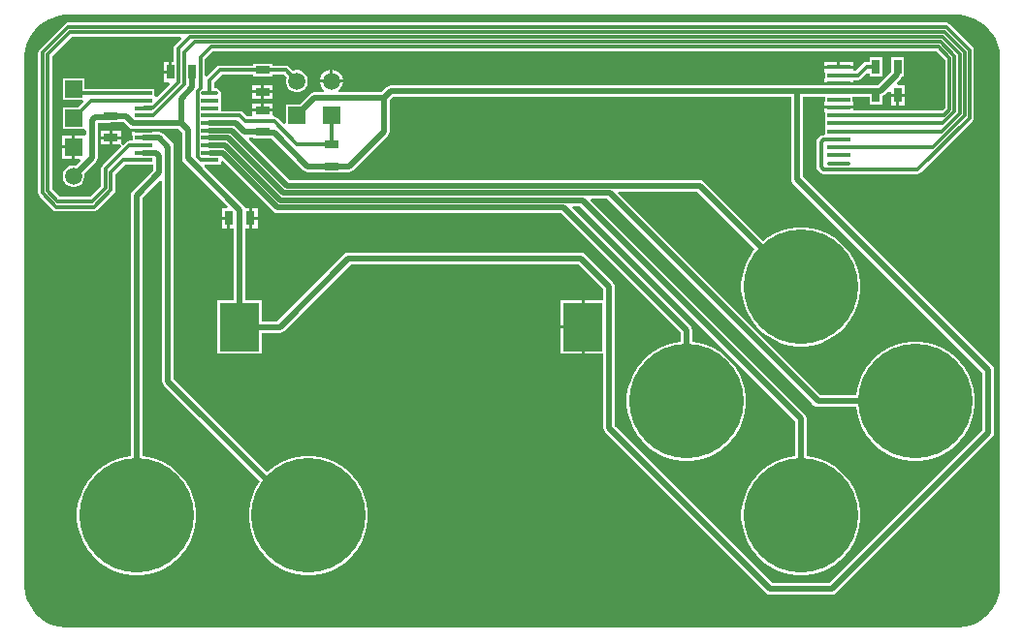
<source format=gbl>
G04*
G04 #@! TF.GenerationSoftware,Altium Limited,Altium Designer,24.7.2 (38)*
G04*
G04 Layer_Physical_Order=2*
G04 Layer_Color=16711680*
%FSLAX44Y44*%
%MOMM*%
G71*
G04*
G04 #@! TF.SameCoordinates,6DF0CBF5-DEE5-4F27-B30F-A21075B38201*
G04*
G04*
G04 #@! TF.FilePolarity,Positive*
G04*
G01*
G75*
%ADD10R,0.7000X1.3000*%
%ADD11C,10.0000*%
%ADD12R,1.5200X0.4100*%
%ADD13O,1.5200X0.4100*%
%ADD14C,1.5000*%
%ADD15R,1.5000X1.5000*%
%ADD16R,1.3000X0.7000*%
%ADD17R,1.5000X1.5000*%
%ADD18R,2.0000X0.4000*%
%ADD19O,2.0000X0.4000*%
%ADD20R,3.5000X4.2000*%
%ADD21C,0.5000*%
%ADD22C,0.3000*%
G36*
X815995Y537761D02*
X818483D01*
X823417Y537111D01*
X828223Y535824D01*
X832821Y533919D01*
X837130Y531431D01*
X841078Y528402D01*
X844597Y524883D01*
X847626Y520935D01*
X850114Y516626D01*
X852019Y512028D01*
X853307Y507222D01*
X853956Y502286D01*
X853961Y499796D01*
X853961Y40000D01*
X853961Y37512D01*
X853311Y32578D01*
X852023Y27772D01*
X850119Y23174D01*
X847631Y18865D01*
X844602Y14917D01*
X841083Y11398D01*
X837135Y8369D01*
X832826Y5881D01*
X828228Y3977D01*
X823422Y2689D01*
X818488Y2039D01*
X816000D01*
X40000Y2039D01*
X37512D01*
X32578Y2689D01*
X27772Y3977D01*
X23174Y5881D01*
X18865Y8369D01*
X14917Y11398D01*
X11398Y14917D01*
X8369Y18865D01*
X5881Y23174D01*
X3977Y27771D01*
X2689Y32578D01*
X2039Y37512D01*
X2039Y40000D01*
X2039Y499800D01*
Y502288D01*
X2688Y507222D01*
X3976Y512028D01*
X5881Y516626D01*
X8369Y520935D01*
X11398Y524883D01*
X14917Y528402D01*
X18865Y531431D01*
X23174Y533919D01*
X27771Y535823D01*
X32578Y537111D01*
X37512Y537761D01*
X40000Y537761D01*
X815995Y537761D01*
D02*
G37*
%LPC*%
G36*
X750999Y501001D02*
X739999D01*
Y496579D01*
X737501D01*
X737501Y496579D01*
X735940Y496269D01*
X734617Y495385D01*
X734617Y495385D01*
X728311Y489078D01*
X725540D01*
Y490730D01*
X713000D01*
X700460D01*
Y487460D01*
X701000D01*
Y482540D01*
X700460D01*
Y479270D01*
X713000D01*
X725540D01*
Y480922D01*
X730000D01*
X730000Y480922D01*
X731561Y481232D01*
X732884Y482116D01*
X737999Y487231D01*
X739999Y486403D01*
Y484001D01*
X750999D01*
Y501001D01*
D02*
G37*
G36*
X725540Y496540D02*
X714270D01*
Y493270D01*
X725540D01*
Y496540D01*
D02*
G37*
G36*
X711730D02*
X700460D01*
Y493270D01*
X711730D01*
Y496540D01*
D02*
G37*
G36*
X128230Y497040D02*
X123460D01*
Y489270D01*
X128230D01*
Y497040D01*
D02*
G37*
G36*
X271322Y490040D02*
X271270D01*
Y481270D01*
X280040D01*
Y481322D01*
X279356Y483875D01*
X278034Y486165D01*
X276165Y488034D01*
X273875Y489356D01*
X271322Y490040D01*
D02*
G37*
G36*
X268730D02*
X268678D01*
X266125Y489356D01*
X263835Y488034D01*
X261966Y486165D01*
X260644Y483875D01*
X259960Y481322D01*
Y481270D01*
X268730D01*
Y490040D01*
D02*
G37*
G36*
X219041Y476541D02*
X211271D01*
Y471771D01*
X219041D01*
Y476541D01*
D02*
G37*
G36*
X208731D02*
X200961D01*
Y471771D01*
X208731D01*
Y476541D01*
D02*
G37*
G36*
X219041Y469231D02*
X211271D01*
Y464461D01*
X219041D01*
Y469231D01*
D02*
G37*
G36*
X208731D02*
X200961D01*
Y464461D01*
X208731D01*
Y469231D01*
D02*
G37*
G36*
X770540Y466230D02*
X765770D01*
Y458460D01*
X770540D01*
Y466230D01*
D02*
G37*
G36*
X763230D02*
X758460D01*
Y458460D01*
X763230D01*
Y466230D01*
D02*
G37*
G36*
X219040Y460540D02*
X211270D01*
Y455770D01*
X219040D01*
Y460540D01*
D02*
G37*
G36*
X208730D02*
X200960D01*
Y455770D01*
X208730D01*
Y460540D01*
D02*
G37*
G36*
X807075Y531158D02*
X807075Y531158D01*
X40291D01*
X38731Y530848D01*
X37408Y529964D01*
X37407Y529964D01*
X15096Y507653D01*
X14212Y506329D01*
X13902Y504769D01*
X13902Y504768D01*
Y382020D01*
X13902Y382020D01*
X14212Y380459D01*
X15096Y379136D01*
X27116Y367116D01*
X28439Y366232D01*
X30000Y365922D01*
X30000Y365922D01*
X62500D01*
X62500Y365922D01*
X64061Y366232D01*
X65384Y367116D01*
X80384Y382116D01*
X80384Y382116D01*
X81268Y383439D01*
X81578Y385000D01*
X81578Y385000D01*
Y398311D01*
X89939Y406672D01*
X106050D01*
X106193Y406700D01*
X114902D01*
Y402112D01*
X96395Y383605D01*
X95290Y381951D01*
X94902Y380000D01*
Y151778D01*
X89833Y151111D01*
X83249Y149347D01*
X76951Y146738D01*
X71048Y143330D01*
X65640Y139180D01*
X60820Y134360D01*
X56670Y128952D01*
X53262Y123049D01*
X50653Y116751D01*
X48889Y110167D01*
X47999Y103409D01*
Y96593D01*
X48889Y89834D01*
X50653Y83250D01*
X53262Y76952D01*
X56670Y71049D01*
X60820Y65641D01*
X65640Y60821D01*
X71048Y56672D01*
X76951Y53263D01*
X83249Y50655D01*
X89833Y48891D01*
X96591Y48001D01*
X103407D01*
X110166Y48891D01*
X116750Y50655D01*
X123048Y53263D01*
X128951Y56672D01*
X134359Y60821D01*
X139179Y65641D01*
X143328Y71049D01*
X146737Y76952D01*
X149345Y83250D01*
X151110Y89834D01*
X151999Y96593D01*
Y103409D01*
X151110Y110167D01*
X149345Y116751D01*
X146737Y123049D01*
X143328Y128952D01*
X139179Y134360D01*
X134359Y139180D01*
X128951Y143330D01*
X123048Y146738D01*
X116750Y149347D01*
X110166Y151111D01*
X105098Y151778D01*
Y377888D01*
X120554Y393345D01*
X122402Y392579D01*
Y217500D01*
X122790Y215549D01*
X123895Y213895D01*
X207612Y130178D01*
X206671Y128952D01*
X203263Y123048D01*
X200654Y116751D01*
X198890Y110167D01*
X198000Y103408D01*
Y96592D01*
X198890Y89833D01*
X200654Y83249D01*
X203263Y76952D01*
X206671Y71048D01*
X210821Y65641D01*
X215641Y60820D01*
X221048Y56671D01*
X226952Y53263D01*
X233249Y50654D01*
X239834Y48890D01*
X246592Y48000D01*
X253408D01*
X260166Y48890D01*
X266751Y50654D01*
X273048Y53263D01*
X278952Y56671D01*
X284360Y60820D01*
X289180Y65641D01*
X293329Y71048D01*
X296737Y76952D01*
X299346Y83249D01*
X301110Y89833D01*
X302000Y96592D01*
Y103408D01*
X301110Y110167D01*
X299346Y116751D01*
X296737Y123048D01*
X293329Y128952D01*
X289180Y134360D01*
X284360Y139180D01*
X278952Y143329D01*
X273048Y146737D01*
X266751Y149346D01*
X260166Y151110D01*
X253408Y152000D01*
X246592D01*
X239834Y151110D01*
X233249Y149346D01*
X226952Y146737D01*
X221048Y143329D01*
X215641Y139180D01*
X214335Y137874D01*
X132598Y219612D01*
Y422500D01*
X132210Y424451D01*
X131105Y426105D01*
X123355Y433855D01*
X121701Y434960D01*
X119750Y435348D01*
X116190D01*
Y435480D01*
X106050D01*
X95910D01*
Y432160D01*
X96450D01*
Y427828D01*
X93750D01*
X92189Y427518D01*
X90866Y426634D01*
X90866Y426634D01*
X88432Y424200D01*
X86540Y425136D01*
X86540Y426180D01*
Y429230D01*
X78770D01*
Y424460D01*
X84676D01*
X85864Y424460D01*
X86800Y422568D01*
X70346Y406114D01*
X69462Y404791D01*
X69152Y403230D01*
X69152Y403230D01*
Y388458D01*
X59772Y379078D01*
X32728D01*
X26328Y385478D01*
Y501311D01*
X43749Y518732D01*
X138562D01*
X139327Y516884D01*
X133416Y510973D01*
X132532Y509649D01*
X132222Y508089D01*
X132222Y508088D01*
Y497040D01*
X130770D01*
Y488000D01*
X129500D01*
Y486730D01*
X123460D01*
Y478960D01*
X128196D01*
X128961Y477112D01*
X117650Y465801D01*
X115650Y466629D01*
Y473300D01*
X106193D01*
X106050Y473328D01*
X54501D01*
Y482599D01*
X35501D01*
Y463599D01*
X52303D01*
X53131Y461599D01*
X48731Y457199D01*
X35501D01*
Y438199D01*
X54501D01*
X55902Y436780D01*
Y433982D01*
X55041Y432339D01*
X46271D01*
Y422299D01*
Y412259D01*
X50536D01*
X51302Y410411D01*
X47070Y406180D01*
X46252Y406399D01*
X43750D01*
X41334Y405752D01*
X39168Y404501D01*
X37399Y402732D01*
X36148Y400566D01*
X35501Y398150D01*
Y395648D01*
X36148Y393232D01*
X37399Y391066D01*
X39168Y389297D01*
X41334Y388047D01*
X43750Y387399D01*
X46252D01*
X48668Y388047D01*
X50834Y389297D01*
X52603Y391066D01*
X53853Y393232D01*
X54501Y395648D01*
Y398150D01*
X54281Y398971D01*
X64605Y409295D01*
X65710Y410949D01*
X66098Y412900D01*
Y443402D01*
X76500D01*
X78451Y443790D01*
X78765Y444000D01*
X86000D01*
Y444402D01*
X88457D01*
X93214Y439645D01*
X94868Y438540D01*
X95910Y438333D01*
Y438020D01*
X106050D01*
X116190D01*
Y438152D01*
X136709D01*
X139902Y434959D01*
Y412500D01*
X140290Y410549D01*
X141395Y408895D01*
X179402Y370889D01*
X178636Y369041D01*
X174459D01*
Y361271D01*
X180499D01*
Y360001D01*
X181769D01*
Y350961D01*
X184897D01*
Y288000D01*
X170494D01*
Y242000D01*
X209494D01*
Y259902D01*
X225000D01*
X226951Y260290D01*
X228605Y261395D01*
X287112Y319902D01*
X485695D01*
X507402Y298195D01*
Y288540D01*
X491020D01*
Y265000D01*
Y241460D01*
X507402D01*
Y176500D01*
X507790Y174549D01*
X508895Y172895D01*
X649395Y32395D01*
X651049Y31290D01*
X653000Y30902D01*
X707000D01*
X708951Y31290D01*
X710605Y32395D01*
X847335Y169125D01*
X848440Y170779D01*
X848828Y172730D01*
Y227270D01*
X848440Y229221D01*
X847335Y230875D01*
X681533Y396677D01*
Y465902D01*
X701000D01*
Y461540D01*
X700460D01*
Y458270D01*
X713000D01*
X725540D01*
Y461540D01*
X725000D01*
Y465902D01*
X740000D01*
Y459000D01*
X751000D01*
Y466700D01*
X751451Y466790D01*
X753105Y467895D01*
X756612Y471403D01*
X758460Y470637D01*
Y468770D01*
X764500D01*
X770540D01*
Y476540D01*
X764363D01*
X763597Y478388D01*
X767104Y481894D01*
X768209Y483548D01*
X768299Y484001D01*
X769999D01*
Y501001D01*
X758999D01*
Y493766D01*
X758789Y493452D01*
X758401Y491501D01*
Y487611D01*
X747388Y476598D01*
X746500D01*
X744549Y476210D01*
X744381Y476098D01*
X725540D01*
Y476730D01*
X713000D01*
X700460D01*
Y476098D01*
X321750D01*
X319799Y475710D01*
X318145Y474605D01*
X313638Y470098D01*
X276929D01*
X276352Y471509D01*
X276297Y472098D01*
X278034Y473835D01*
X279356Y476125D01*
X280040Y478678D01*
Y478730D01*
X259960D01*
Y478678D01*
X260644Y476125D01*
X261966Y473835D01*
X263703Y472098D01*
X263648Y471509D01*
X263071Y470098D01*
X255000D01*
X253049Y469710D01*
X251395Y468605D01*
X242290Y459500D01*
X230500D01*
Y443096D01*
X228500Y442268D01*
X222884Y447884D01*
X221561Y448768D01*
X220000Y449078D01*
X219040Y450659D01*
Y453230D01*
X210000D01*
X200960D01*
Y449078D01*
X196689D01*
X193134Y452634D01*
X191811Y453518D01*
X190250Y453828D01*
X190250Y453828D01*
X173550D01*
Y466800D01*
X173550Y466800D01*
X173540Y468800D01*
X173629Y469250D01*
X173315Y470830D01*
X172420Y472170D01*
X171080Y473065D01*
X169500Y473379D01*
X168028D01*
Y479011D01*
X174440Y485423D01*
X201501D01*
Y484001D01*
X218501D01*
Y485423D01*
X228810D01*
X231024Y483208D01*
X230500Y481251D01*
Y478749D01*
X231147Y476333D01*
X232398Y474167D01*
X234167Y472398D01*
X236333Y471147D01*
X238749Y470500D01*
X241251D01*
X243667Y471147D01*
X245833Y472398D01*
X247602Y474167D01*
X248853Y476333D01*
X249500Y478749D01*
Y481251D01*
X248853Y483667D01*
X247602Y485833D01*
X245833Y487602D01*
X243667Y488853D01*
X241251Y489500D01*
X238749D01*
X236792Y488976D01*
X233383Y492385D01*
X232060Y493269D01*
X230499Y493579D01*
X230499Y493579D01*
X218501D01*
Y495001D01*
X201501D01*
Y493579D01*
X172751D01*
X171190Y493269D01*
X169867Y492385D01*
X169867Y492385D01*
X161661Y484179D01*
X159662Y485008D01*
Y498894D01*
X166689Y505922D01*
X798311D01*
X805922Y498311D01*
Y456689D01*
X803311Y454078D01*
X725540D01*
Y455730D01*
X713000D01*
X700460D01*
Y452460D01*
X701000D01*
Y446000D01*
Y433289D01*
X699257Y432578D01*
X697697Y432268D01*
X696374Y431384D01*
X696374Y431384D01*
X694616Y429626D01*
X693732Y428303D01*
X693422Y426743D01*
X693422Y426743D01*
Y405000D01*
X693422Y405000D01*
X693732Y403439D01*
X694616Y402116D01*
X696916Y399817D01*
X696916Y399816D01*
X698239Y398932D01*
X699800Y398622D01*
X702803D01*
X702805Y398622D01*
X723195D01*
X723195Y398622D01*
X723197Y398622D01*
X781855D01*
X781855Y398622D01*
X783416Y398932D01*
X784739Y399816D01*
X829964Y445041D01*
X829964Y445042D01*
X830848Y446365D01*
X831158Y447925D01*
X831158Y447925D01*
Y507075D01*
X831158Y507075D01*
X830848Y508635D01*
X829964Y509959D01*
X809959Y529964D01*
X808635Y530848D01*
X808376Y530899D01*
X807075Y531158D01*
D02*
G37*
G36*
X86540Y436540D02*
X78770D01*
Y431770D01*
X86540D01*
Y436540D01*
D02*
G37*
G36*
X76230D02*
X68460D01*
Y431770D01*
X76230D01*
Y436540D01*
D02*
G37*
G36*
Y429230D02*
X68460D01*
Y424460D01*
X76230D01*
Y429230D01*
D02*
G37*
G36*
X43731Y432339D02*
X34961D01*
Y423569D01*
X43731D01*
Y432339D01*
D02*
G37*
G36*
Y421029D02*
X34961D01*
Y412259D01*
X43731D01*
Y421029D01*
D02*
G37*
G36*
X179229Y358731D02*
X174459D01*
Y350961D01*
X179229D01*
Y358731D01*
D02*
G37*
G36*
X488480Y288540D02*
X469710D01*
Y266270D01*
X488480D01*
Y288540D01*
D02*
G37*
G36*
Y263730D02*
X469710D01*
Y241460D01*
X488480D01*
Y263730D01*
D02*
G37*
%LPD*%
G36*
X671337Y394565D02*
X671725Y392614D01*
X672830Y390961D01*
X838632Y225158D01*
Y174842D01*
X704888Y41098D01*
X655112D01*
X517598Y178612D01*
Y300307D01*
X517210Y302258D01*
X516105Y303912D01*
X491412Y328605D01*
X489758Y329710D01*
X487807Y330098D01*
X285000D01*
X283049Y329710D01*
X281395Y328605D01*
X222888Y270098D01*
X209494D01*
Y288000D01*
X195092D01*
Y350961D01*
X198229D01*
Y360001D01*
Y369041D01*
X194787D01*
X194704Y369456D01*
X193599Y371110D01*
X159183Y405527D01*
X159669Y406700D01*
X163807D01*
X163950Y406672D01*
X164093Y406700D01*
X173550D01*
Y409847D01*
X174723Y410333D01*
X219164Y365892D01*
X220818Y364787D01*
X222769Y364399D01*
X470892D01*
X574901Y260389D01*
Y251777D01*
X569833Y251110D01*
X563248Y249345D01*
X556951Y246737D01*
X551048Y243328D01*
X545640Y239179D01*
X540820Y234359D01*
X536670Y228951D01*
X533262Y223048D01*
X530653Y216750D01*
X528889Y210166D01*
X527999Y203407D01*
Y196591D01*
X528889Y189833D01*
X530653Y183249D01*
X533262Y176951D01*
X536670Y171048D01*
X540820Y165640D01*
X545640Y160820D01*
X551048Y156670D01*
X556951Y153262D01*
X563248Y150653D01*
X569833Y148889D01*
X576591Y147999D01*
X583407D01*
X590166Y148889D01*
X596750Y150653D01*
X603048Y153262D01*
X608951Y156670D01*
X614359Y160820D01*
X619179Y165640D01*
X623328Y171048D01*
X626737Y176951D01*
X629345Y183249D01*
X631110Y189833D01*
X631999Y196591D01*
Y203407D01*
X631110Y210166D01*
X629345Y216750D01*
X626737Y223048D01*
X623328Y228951D01*
X619179Y234359D01*
X614359Y239179D01*
X608951Y243328D01*
X603048Y246737D01*
X596750Y249345D01*
X590166Y251110D01*
X585097Y251777D01*
Y262501D01*
X584709Y264452D01*
X583604Y266106D01*
X480214Y369495D01*
X480700Y370669D01*
X487122D01*
X674903Y182887D01*
Y151777D01*
X669834Y151110D01*
X663250Y149345D01*
X656953Y146737D01*
X651049Y143328D01*
X645641Y139179D01*
X640821Y134359D01*
X636672Y128951D01*
X633263Y123048D01*
X630655Y116750D01*
X628891Y110166D01*
X628001Y103407D01*
Y96591D01*
X628891Y89833D01*
X630655Y83249D01*
X633263Y76951D01*
X636672Y71048D01*
X640821Y65640D01*
X645641Y60820D01*
X651049Y56670D01*
X656953Y53262D01*
X663250Y50653D01*
X669834Y48889D01*
X676593Y47999D01*
X683409D01*
X690167Y48889D01*
X696751Y50653D01*
X703049Y53262D01*
X708952Y56670D01*
X714360Y60820D01*
X719180Y65640D01*
X723330Y71048D01*
X726738Y76951D01*
X729347Y83249D01*
X731111Y89833D01*
X732001Y96591D01*
Y103407D01*
X731111Y110166D01*
X729347Y116750D01*
X726738Y123048D01*
X723330Y128951D01*
X719180Y134359D01*
X714360Y139179D01*
X708952Y143328D01*
X703049Y146737D01*
X696751Y149345D01*
X690167Y151110D01*
X685099Y151777D01*
Y184999D01*
X684711Y186950D01*
X683606Y188604D01*
X496444Y375765D01*
X496930Y376939D01*
X510852D01*
X691395Y196396D01*
X693048Y195291D01*
X694999Y194903D01*
X728223D01*
X728891Y189834D01*
X730655Y183250D01*
X733263Y176952D01*
X736672Y171049D01*
X740821Y165641D01*
X745641Y160821D01*
X751049Y156672D01*
X756952Y153263D01*
X763250Y150655D01*
X769834Y148891D01*
X776593Y148001D01*
X783409D01*
X790167Y148891D01*
X796751Y150655D01*
X803049Y153263D01*
X808952Y156672D01*
X814360Y160821D01*
X819180Y165641D01*
X823330Y171049D01*
X826738Y176952D01*
X829347Y183250D01*
X831111Y189834D01*
X832001Y196593D01*
Y203409D01*
X831111Y210167D01*
X829347Y216751D01*
X826738Y223049D01*
X823330Y228953D01*
X819180Y234360D01*
X814360Y239180D01*
X808952Y243330D01*
X803049Y246738D01*
X796751Y249347D01*
X790167Y251111D01*
X783409Y252001D01*
X776593D01*
X769834Y251111D01*
X763250Y249347D01*
X756952Y246738D01*
X751049Y243330D01*
X745641Y239180D01*
X740821Y234360D01*
X736672Y228953D01*
X733263Y223049D01*
X730655Y216751D01*
X728891Y210167D01*
X728223Y205099D01*
X697111D01*
X520174Y382035D01*
X520660Y383209D01*
X589582D01*
X639782Y333008D01*
X636670Y328952D01*
X633262Y323049D01*
X630653Y316751D01*
X628889Y310167D01*
X627999Y303409D01*
Y296593D01*
X628889Y289834D01*
X630653Y283250D01*
X633262Y276952D01*
X636670Y271049D01*
X640820Y265641D01*
X645640Y260821D01*
X651048Y256672D01*
X656951Y253263D01*
X663249Y250655D01*
X669833Y248891D01*
X676591Y248001D01*
X683407D01*
X690166Y248891D01*
X696750Y250655D01*
X703048Y253263D01*
X708951Y256672D01*
X714359Y260821D01*
X719179Y265641D01*
X723328Y271049D01*
X726737Y276952D01*
X729345Y283250D01*
X731109Y289834D01*
X731999Y296593D01*
Y303409D01*
X731109Y310167D01*
X729345Y316751D01*
X726737Y323049D01*
X723328Y328952D01*
X719179Y334360D01*
X714359Y339180D01*
X708951Y343330D01*
X703048Y346738D01*
X696750Y349347D01*
X690166Y351111D01*
X683407Y352001D01*
X676591D01*
X669833Y351111D01*
X663249Y349347D01*
X656951Y346738D01*
X651048Y343330D01*
X646992Y340218D01*
X595299Y391911D01*
X593645Y393017D01*
X591694Y393405D01*
X233805D01*
X197981Y429229D01*
X198467Y430402D01*
X201500D01*
Y430000D01*
X209793D01*
X210553Y429849D01*
X217942D01*
X245896Y401894D01*
X247550Y400789D01*
X249501Y400401D01*
X261499D01*
Y399999D01*
X278499D01*
Y400401D01*
X285499D01*
X287450Y400789D01*
X289104Y401894D01*
X319355Y432145D01*
X320460Y433799D01*
X320848Y435750D01*
Y462888D01*
X323862Y465902D01*
X671337D01*
Y394565D01*
D02*
G37*
%LPC*%
G36*
X205539Y369041D02*
X200769D01*
Y361271D01*
X205539D01*
Y369041D01*
D02*
G37*
G36*
Y358731D02*
X200769D01*
Y350961D01*
X205539D01*
Y358731D01*
D02*
G37*
%LPD*%
D10*
X180499Y360001D02*
D03*
X199499D02*
D03*
X745499Y492501D02*
D03*
X764499D02*
D03*
X764500Y467500D02*
D03*
X745500D02*
D03*
X129500Y488000D02*
D03*
X148500D02*
D03*
D11*
X679999Y300001D02*
D03*
X99999Y100001D02*
D03*
X250000Y100000D02*
D03*
X579999Y199999D02*
D03*
X680001Y99999D02*
D03*
X780001Y200001D02*
D03*
D12*
X106050Y469250D02*
D03*
Y462750D02*
D03*
Y456250D02*
D03*
Y449750D02*
D03*
Y443250D02*
D03*
Y436750D02*
D03*
Y430250D02*
D03*
Y423750D02*
D03*
Y417250D02*
D03*
Y410750D02*
D03*
X163950D02*
D03*
Y417250D02*
D03*
Y423750D02*
D03*
Y430250D02*
D03*
Y436750D02*
D03*
Y443250D02*
D03*
Y449750D02*
D03*
Y456250D02*
D03*
Y462750D02*
D03*
D13*
Y469250D02*
D03*
D14*
X270000Y480000D02*
D03*
X45001Y396899D02*
D03*
X240000Y480000D02*
D03*
D15*
X270000Y450000D02*
D03*
X240000D02*
D03*
D16*
X210001Y489501D02*
D03*
Y470501D02*
D03*
X269999Y405499D02*
D03*
Y424499D02*
D03*
X77500Y430500D02*
D03*
Y449500D02*
D03*
X210000Y454500D02*
D03*
Y435500D02*
D03*
D17*
X45001Y473099D02*
D03*
Y447699D02*
D03*
Y422299D02*
D03*
D18*
X713000Y492000D02*
D03*
Y485000D02*
D03*
Y478000D02*
D03*
Y471000D02*
D03*
Y464000D02*
D03*
Y457000D02*
D03*
Y450000D02*
D03*
Y443000D02*
D03*
Y436000D02*
D03*
Y429000D02*
D03*
Y422000D02*
D03*
Y415000D02*
D03*
D19*
Y408000D02*
D03*
D20*
X189994Y265000D02*
D03*
X489750D02*
D03*
D21*
X145000Y412500D02*
X189994Y367506D01*
Y265000D02*
Y367506D01*
X145000Y412500D02*
Y437071D01*
X676435Y394565D02*
X843730Y227270D01*
Y172730D02*
Y227270D01*
X676435Y394565D02*
Y471000D01*
X148500Y474369D02*
Y488000D01*
X138821Y443250D02*
Y464690D01*
X148500Y474369D01*
X119750Y430250D02*
X127500Y422500D01*
X106050Y430250D02*
X119750D01*
X127500Y217500D02*
Y422500D01*
X106050Y443250D02*
X138821D01*
X145000Y437071D01*
X676435Y471000D02*
X713000D01*
X745500Y467500D02*
Y470000D01*
X96819Y443250D02*
X106050D01*
X240000Y450000D02*
X255000Y465000D01*
X315750D01*
X321750Y471000D01*
X676435D01*
X315750Y435750D02*
Y465000D01*
X269999Y405499D02*
X285499D01*
X220053Y434947D02*
X249501Y405499D01*
X269999D01*
X285499D02*
X315750Y435750D01*
X210553Y434947D02*
X220053D01*
X210000Y435500D02*
X210553Y434947D01*
X45000Y396900D02*
X61000Y412900D01*
Y445571D01*
X63929Y448500D02*
X76500D01*
X61000Y445571D02*
X63929Y448500D01*
X76500D02*
X77500Y449500D01*
X512500Y176500D02*
Y300307D01*
X487807Y325000D02*
X512500Y300307D01*
X285000Y325000D02*
X487807D01*
X189994Y265000D02*
X225000D01*
X285000Y325000D01*
X245000Y100000D02*
X250000D01*
X127500Y217500D02*
X245000Y100000D01*
X579999Y199999D02*
Y262501D01*
X222769Y369497D02*
X473003D01*
X579999Y262501D01*
X512500Y176500D02*
X653000Y36000D01*
X746500Y471500D02*
X749500D01*
X763499Y485499D02*
Y491501D01*
X745500Y467500D02*
Y470500D01*
X746500Y471500D01*
X749500D02*
X763499Y485499D01*
X744500Y471000D02*
X745500Y470000D01*
X713000Y471000D02*
X744500D01*
X763499Y491501D02*
X764499Y492501D01*
X100000Y90000D02*
Y380000D01*
X120000Y400000D02*
Y414321D01*
X100000Y380000D02*
X120000Y400000D01*
X227963Y382037D02*
X512963D01*
X163950Y423750D02*
X177383D01*
X225366Y375767D01*
X163950Y436750D02*
X183250D01*
X179750Y430250D02*
X227963Y382037D01*
X163950Y443250D02*
X186750D01*
X164100Y417100D02*
X175166D01*
X225366Y375767D02*
X489233D01*
X175166Y417100D02*
X222769Y369497D01*
X186750Y443250D02*
X194500Y435500D01*
X210000D01*
X231693Y388307D02*
X591694D01*
X163950Y430250D02*
X179750D01*
X183250Y436750D02*
X231693Y388307D01*
X117071Y417250D02*
X120000Y414321D01*
X106050Y417250D02*
X117071D01*
X77500Y449500D02*
X90569D01*
X96819Y443250D01*
X653000Y36000D02*
X707000D01*
X843730Y172730D01*
X512963Y382037D02*
X694999Y200001D01*
X591694Y388307D02*
X679999Y300001D01*
X489233Y375767D02*
X680001Y184999D01*
X694999Y200001D02*
X780001D01*
X680001Y99999D02*
Y184999D01*
D22*
X699800Y402700D02*
X702804D01*
X702805Y402700D01*
X697500Y405000D02*
X699800Y402700D01*
X697500Y405000D02*
Y426743D01*
X702805Y402700D02*
X723195D01*
X141700Y477583D02*
Y505200D01*
X155583Y473999D02*
Y500583D01*
X114417Y456800D02*
X136300Y478683D01*
X153050Y413833D02*
Y471466D01*
X155583Y500583D02*
X165000Y510000D01*
X153050Y471466D02*
X155583Y473999D01*
X136300Y505550D02*
Y508089D01*
X155583Y411300D02*
X163400D01*
X153050Y413833D02*
X155583Y411300D01*
X136300Y478683D02*
Y505550D01*
X114417Y450300D02*
X141700Y477583D01*
X270000Y424500D02*
Y450000D01*
X240000Y425000D02*
X270000D01*
X220000Y445000D02*
X240000Y425000D01*
X230499Y489501D02*
X240000Y480000D01*
X210001Y489501D02*
X230499D01*
X172751D02*
X210001D01*
X195000Y445000D02*
X220000D01*
X165000Y510000D02*
X800000D01*
X810000Y500000D01*
X48850Y469250D02*
X106050D01*
X45000Y473100D02*
X48850Y469250D01*
X60050Y462750D02*
X106050D01*
X45000Y447700D02*
X60050Y462750D01*
X730000Y485000D02*
X737501Y492501D01*
X713000Y485000D02*
X730000D01*
X737501Y492501D02*
X745499D01*
X150770Y514270D02*
X801769D01*
X805306Y522810D02*
X822810Y505306D01*
X801769Y514270D02*
X814270Y501769D01*
X22250Y503000D02*
X42060Y522810D01*
X805306D01*
X40291Y527080D02*
X807075D01*
X136300Y508089D02*
X146751Y518540D01*
X803537D02*
X818540Y503537D01*
X807075Y527080D02*
X827080Y507075D01*
X17980Y504769D02*
X40291Y527080D01*
X146751Y518540D02*
X803537D01*
X141700Y505200D02*
X150770Y514270D01*
X163950Y449750D02*
X190250D01*
X195000Y445000D01*
X163400Y411300D02*
X163950Y410750D01*
Y469250D02*
Y480700D01*
X172751Y489501D01*
X810000Y455000D02*
Y500000D01*
X805000Y450000D02*
X810000Y455000D01*
X22250Y383789D02*
Y503000D01*
X30000Y370000D02*
X62500D01*
X17980Y382020D02*
Y504769D01*
X106600Y450300D02*
X114417D01*
X106050Y449750D02*
X106600Y450300D01*
Y456800D02*
X114417D01*
X106050Y456250D02*
X106600Y456800D01*
X73230Y386769D02*
Y403230D01*
X93750Y423750D02*
X106050D01*
X73230Y403230D02*
X93750Y423750D01*
X61461Y375000D02*
X73230Y386769D01*
X62500Y370000D02*
X77500Y385000D01*
Y400000D02*
X88250Y410750D01*
X77500Y385000D02*
Y400000D01*
X31039Y375000D02*
X61461D01*
X88250Y410750D02*
X106050D01*
X17980Y382020D02*
X30000Y370000D01*
X22250Y383789D02*
X31039Y375000D01*
X723195Y402700D02*
X723196Y402700D01*
X781855D01*
X697500Y426743D02*
X699257Y428500D01*
X702743Y428500D02*
X712500D01*
X702743Y428500D02*
X702743Y428500D01*
X712500D02*
X713000Y429000D01*
X699257Y428500D02*
X702743D01*
X795116Y422000D02*
X822810Y449694D01*
X818540Y451463D02*
Y503537D01*
X804039Y443000D02*
X814270Y453231D01*
Y501769D01*
X713000Y450000D02*
X805000D01*
X713000Y443000D02*
X804039D01*
X822810Y449694D02*
Y505306D01*
X803077Y436000D02*
X818540Y451463D01*
X713000Y436000D02*
X803077D01*
X713000Y422000D02*
X795116D01*
X781855Y402700D02*
X827080Y447925D01*
Y507075D01*
M02*

</source>
